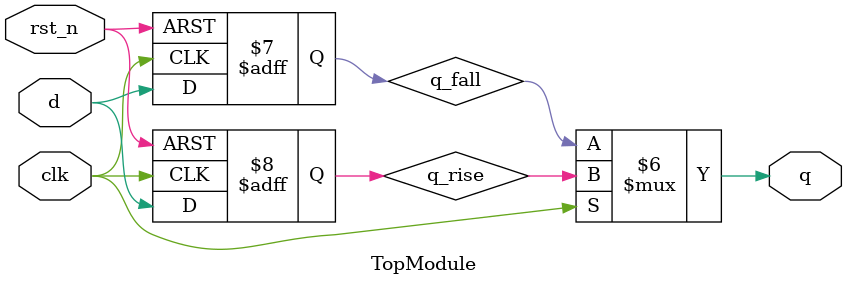
<source format=sv>
module TopModule (
    input logic clk,
    input logic d,
    input logic rst_n,
    output logic q
);

logic q_rise, q_fall;

always_ff @(posedge clk or negedge rst_n) begin
    if (!rst_n)
        q_rise <= 1'b0;
    else
        q_rise <= d;
end

always_ff @(negedge clk or negedge rst_n) begin
    if (!rst_n)
        q_fall <= 1'b0;
    else
        q_fall <= d;
end

always_comb begin
    q = clk ? q_rise : q_fall;
end

endmodule
</source>
